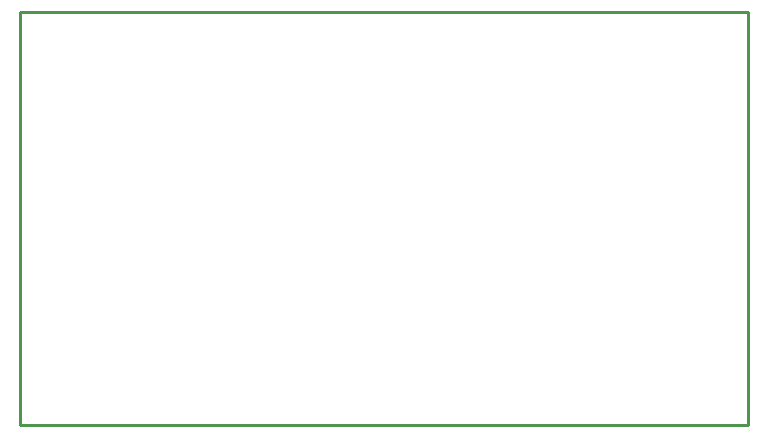
<source format=gko>
G04 Layer: BoardOutline*
G04 EasyEDA v5.9.41, Fri, 08 Feb 2019 23:39:09 GMT*
G04 113b46e1fbc2432c9b03807f1b5d6b43*
G04 Gerber Generator version 0.2*
G04 Scale: 100 percent, Rotated: No, Reflected: No *
G04 Dimensions in millimeters *
G04 leading zeros omitted , absolute positions ,3 integer and 3 decimal *
%FSLAX33Y33*%
%MOMM*%
G90*
G71D02*

%ADD10C,0.254000*%
G54D10*
G01X1651Y35001D02*
G01X61650Y35001D01*
G01X61650Y0D01*
G01X0Y0D01*
G01X0Y35001D01*
G01X1651Y35001D01*

%LPD*%
M00*
M02*

</source>
